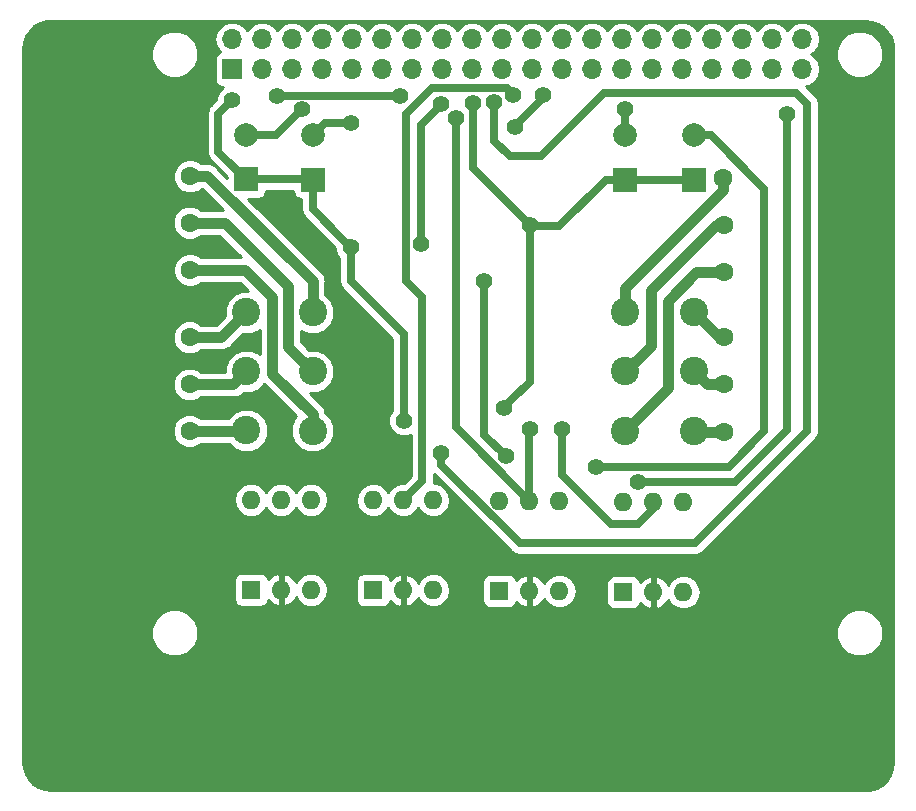
<source format=gbl>
G04 #@! TF.GenerationSoftware,KiCad,Pcbnew,(5.0.2)-1*
G04 #@! TF.CreationDate,2019-06-07T16:00:48+01:00*
G04 #@! TF.ProjectId,add_on_6-1,6164645f-6f6e-45f3-962d-312e6b696361,rev?*
G04 #@! TF.SameCoordinates,Original*
G04 #@! TF.FileFunction,Copper,L2,Bot*
G04 #@! TF.FilePolarity,Positive*
%FSLAX46Y46*%
G04 Gerber Fmt 4.6, Leading zero omitted, Abs format (unit mm)*
G04 Created by KiCad (PCBNEW (5.0.2)-1) date 07/06/2019 16:00:48*
%MOMM*%
%LPD*%
G01*
G04 APERTURE LIST*
G04 #@! TA.AperFunction,ComponentPad*
%ADD10R,1.700000X1.700000*%
G04 #@! TD*
G04 #@! TA.AperFunction,ComponentPad*
%ADD11O,1.700000X1.700000*%
G04 #@! TD*
G04 #@! TA.AperFunction,ComponentPad*
%ADD12C,2.000000*%
G04 #@! TD*
G04 #@! TA.AperFunction,ComponentPad*
%ADD13R,2.000000X2.000000*%
G04 #@! TD*
G04 #@! TA.AperFunction,ComponentPad*
%ADD14C,2.400000*%
G04 #@! TD*
G04 #@! TA.AperFunction,ComponentPad*
%ADD15O,1.600000X1.600000*%
G04 #@! TD*
G04 #@! TA.AperFunction,ComponentPad*
%ADD16R,1.600000X1.600000*%
G04 #@! TD*
G04 #@! TA.AperFunction,ViaPad*
%ADD17C,1.400000*%
G04 #@! TD*
G04 #@! TA.AperFunction,ViaPad*
%ADD18C,1.600000*%
G04 #@! TD*
G04 #@! TA.AperFunction,Conductor*
%ADD19C,0.700000*%
G04 #@! TD*
G04 #@! TA.AperFunction,Conductor*
%ADD20C,0.900000*%
G04 #@! TD*
G04 #@! TA.AperFunction,Conductor*
%ADD21C,0.254000*%
G04 #@! TD*
G04 APERTURE END LIST*
D10*
G04 #@! TO.P,P1,1*
G04 #@! TO.N,3V3_RPi*
X208370000Y-98770000D03*
D11*
G04 #@! TO.P,P1,2*
G04 #@! TO.N,Net-(P1-Pad2)*
X208370000Y-96230000D03*
G04 #@! TO.P,P1,3*
G04 #@! TO.N,Net-(P1-Pad3)*
X210910000Y-98770000D03*
G04 #@! TO.P,P1,4*
G04 #@! TO.N,Net-(P1-Pad4)*
X210910000Y-96230000D03*
G04 #@! TO.P,P1,5*
G04 #@! TO.N,Net-(P1-Pad5)*
X213450000Y-98770000D03*
G04 #@! TO.P,P1,6*
G04 #@! TO.N,GND_RPi*
X213450000Y-96230000D03*
G04 #@! TO.P,P1,7*
G04 #@! TO.N,Net-(P1-Pad7)*
X215990000Y-98770000D03*
G04 #@! TO.P,P1,8*
G04 #@! TO.N,Net-(P1-Pad8)*
X215990000Y-96230000D03*
G04 #@! TO.P,P1,9*
G04 #@! TO.N,GND_RPi*
X218530000Y-98770000D03*
G04 #@! TO.P,P1,10*
G04 #@! TO.N,Out_RPi_1*
X218530000Y-96230000D03*
G04 #@! TO.P,P1,11*
G04 #@! TO.N,Net-(P1-Pad11)*
X221070000Y-98770000D03*
G04 #@! TO.P,P1,12*
G04 #@! TO.N,Net-(P1-Pad12)*
X221070000Y-96230000D03*
G04 #@! TO.P,P1,13*
G04 #@! TO.N,In_RPi_1*
X223610000Y-98770000D03*
G04 #@! TO.P,P1,14*
G04 #@! TO.N,GND_RPi*
X223610000Y-96230000D03*
G04 #@! TO.P,P1,15*
G04 #@! TO.N,Net-(P1-Pad15)*
X226150000Y-98770000D03*
G04 #@! TO.P,P1,16*
G04 #@! TO.N,Net-(P1-Pad16)*
X226150000Y-96230000D03*
G04 #@! TO.P,P1,17*
G04 #@! TO.N,3V3_RPi*
X228690000Y-98770000D03*
G04 #@! TO.P,P1,18*
G04 #@! TO.N,Out_RPi_2*
X228690000Y-96230000D03*
G04 #@! TO.P,P1,19*
G04 #@! TO.N,Net-(P1-Pad19)*
X231230000Y-98770000D03*
G04 #@! TO.P,P1,20*
G04 #@! TO.N,GND_RPi*
X231230000Y-96230000D03*
G04 #@! TO.P,P1,21*
G04 #@! TO.N,In_RPi_2*
X233770000Y-98770000D03*
G04 #@! TO.P,P1,22*
G04 #@! TO.N,Net-(P1-Pad22)*
X233770000Y-96230000D03*
G04 #@! TO.P,P1,23*
G04 #@! TO.N,Net-(P1-Pad23)*
X236310000Y-98770000D03*
G04 #@! TO.P,P1,24*
G04 #@! TO.N,Net-(P1-Pad24)*
X236310000Y-96230000D03*
G04 #@! TO.P,P1,25*
G04 #@! TO.N,Net-(P1-Pad25)*
X238850000Y-98770000D03*
G04 #@! TO.P,P1,26*
G04 #@! TO.N,Out_RPi_3*
X238850000Y-96230000D03*
G04 #@! TO.P,P1,27*
G04 #@! TO.N,Net-(P1-Pad27)*
X241390000Y-98770000D03*
G04 #@! TO.P,P1,28*
G04 #@! TO.N,Net-(P1-Pad28)*
X241390000Y-96230000D03*
G04 #@! TO.P,P1,29*
G04 #@! TO.N,Net-(P1-Pad29)*
X243930000Y-98770000D03*
G04 #@! TO.P,P1,30*
G04 #@! TO.N,GND_RPi*
X243930000Y-96230000D03*
G04 #@! TO.P,P1,31*
G04 #@! TO.N,In_RPi_3*
X246470000Y-98770000D03*
G04 #@! TO.P,P1,32*
G04 #@! TO.N,Net-(P1-Pad32)*
X246470000Y-96230000D03*
G04 #@! TO.P,P1,33*
G04 #@! TO.N,Net-(P1-Pad33)*
X249010000Y-98770000D03*
G04 #@! TO.P,P1,34*
G04 #@! TO.N,GND_RPi*
X249010000Y-96230000D03*
G04 #@! TO.P,P1,35*
G04 #@! TO.N,In_RPi_4*
X251550000Y-98770000D03*
G04 #@! TO.P,P1,36*
G04 #@! TO.N,Net-(P1-Pad36)*
X251550000Y-96230000D03*
G04 #@! TO.P,P1,37*
G04 #@! TO.N,Net-(P1-Pad37)*
X254090000Y-98770000D03*
G04 #@! TO.P,P1,38*
G04 #@! TO.N,Out_RPi_4*
X254090000Y-96230000D03*
G04 #@! TO.P,P1,39*
G04 #@! TO.N,GND_RPi*
X256630000Y-98770000D03*
G04 #@! TO.P,P1,40*
G04 #@! TO.N,Net-(P1-Pad40)*
X256630000Y-96230000D03*
G04 #@! TD*
D12*
G04 #@! TO.P,K1,A2*
G04 #@! TO.N,Net-(D1-Pad2)*
X215179040Y-104365400D03*
D13*
G04 #@! TO.P,K1,A1*
G04 #@! TO.N,3V3_RPi*
X215179040Y-108115400D03*
D14*
G04 #@! TO.P,K1,12*
G04 #@! TO.N,NC_1*
X215179040Y-119365400D03*
G04 #@! TO.P,K1,11*
G04 #@! TO.N,OUT1*
X215179040Y-124365400D03*
G04 #@! TO.P,K1,14*
G04 #@! TO.N,NO_1*
X215179040Y-129365400D03*
G04 #@! TD*
G04 #@! TO.P,K2,14*
G04 #@! TO.N,NO_2*
X209575800Y-129350160D03*
G04 #@! TO.P,K2,11*
G04 #@! TO.N,OUT2*
X209575800Y-124350160D03*
G04 #@! TO.P,K2,12*
G04 #@! TO.N,NC_2*
X209575800Y-119350160D03*
D13*
G04 #@! TO.P,K2,A1*
G04 #@! TO.N,3V3_RPi*
X209575800Y-108100160D03*
D12*
G04 #@! TO.P,K2,A2*
G04 #@! TO.N,Net-(D2-Pad2)*
X209575800Y-104350160D03*
G04 #@! TD*
D14*
G04 #@! TO.P,K3,14*
G04 #@! TO.N,NO_3*
X241656000Y-129365400D03*
G04 #@! TO.P,K3,11*
G04 #@! TO.N,OUT3*
X241656000Y-124365400D03*
G04 #@! TO.P,K3,12*
G04 #@! TO.N,NC_3*
X241656000Y-119365400D03*
D13*
G04 #@! TO.P,K3,A1*
G04 #@! TO.N,3V3_RPi*
X241656000Y-108115400D03*
D12*
G04 #@! TO.P,K3,A2*
G04 #@! TO.N,Net-(D3-Pad2)*
X241656000Y-104365400D03*
G04 #@! TD*
G04 #@! TO.P,K4,A2*
G04 #@! TO.N,Net-(D4-Pad2)*
X247482760Y-104365400D03*
D13*
G04 #@! TO.P,K4,A1*
G04 #@! TO.N,3V3_RPi*
X247482760Y-108115400D03*
D14*
G04 #@! TO.P,K4,12*
G04 #@! TO.N,NC_4*
X247482760Y-119365400D03*
G04 #@! TO.P,K4,11*
G04 #@! TO.N,OUT4*
X247482760Y-124365400D03*
G04 #@! TO.P,K4,14*
G04 #@! TO.N,NO_4*
X247482760Y-129365400D03*
G04 #@! TD*
D15*
G04 #@! TO.P,U1,6*
G04 #@! TO.N,Net-(U1-Pad6)*
X209969500Y-135229900D03*
G04 #@! TO.P,U1,3*
G04 #@! TO.N,Net-(U1-Pad3)*
X215049500Y-142849900D03*
G04 #@! TO.P,U1,5*
G04 #@! TO.N,In_RPi_1*
X212509500Y-135229900D03*
G04 #@! TO.P,U1,2*
G04 #@! TO.N,COM_EXTERNAL*
X212509500Y-142849900D03*
G04 #@! TO.P,U1,4*
G04 #@! TO.N,GND_RPi*
X215049500Y-135229900D03*
D16*
G04 #@! TO.P,U1,1*
G04 #@! TO.N,Net-(R1_1-Pad1)*
X209969500Y-142849900D03*
G04 #@! TD*
G04 #@! TO.P,U2,1*
G04 #@! TO.N,Net-(R1_2-Pad1)*
X220307300Y-142888000D03*
D15*
G04 #@! TO.P,U2,4*
G04 #@! TO.N,GND_RPi*
X225387300Y-135268000D03*
G04 #@! TO.P,U2,2*
G04 #@! TO.N,COM_EXTERNAL*
X222847300Y-142888000D03*
G04 #@! TO.P,U2,5*
G04 #@! TO.N,In_RPi_2*
X222847300Y-135268000D03*
G04 #@! TO.P,U2,3*
G04 #@! TO.N,Net-(U2-Pad3)*
X225387300Y-142888000D03*
G04 #@! TO.P,U2,6*
G04 #@! TO.N,Net-(U2-Pad6)*
X220307300Y-135268000D03*
G04 #@! TD*
G04 #@! TO.P,U3,6*
G04 #@! TO.N,Net-(U3-Pad6)*
X231000700Y-135331500D03*
G04 #@! TO.P,U3,3*
G04 #@! TO.N,Net-(U3-Pad3)*
X236080700Y-142951500D03*
G04 #@! TO.P,U3,5*
G04 #@! TO.N,In_RPi_3*
X233540700Y-135331500D03*
G04 #@! TO.P,U3,2*
G04 #@! TO.N,COM_EXTERNAL*
X233540700Y-142951500D03*
G04 #@! TO.P,U3,4*
G04 #@! TO.N,GND_RPi*
X236080700Y-135331500D03*
D16*
G04 #@! TO.P,U3,1*
G04 #@! TO.N,Net-(R1_3-Pad1)*
X231000700Y-142951500D03*
G04 #@! TD*
G04 #@! TO.P,U4,1*
G04 #@! TO.N,Net-(R1_4-Pad1)*
X241490900Y-143065800D03*
D15*
G04 #@! TO.P,U4,4*
G04 #@! TO.N,GND_RPi*
X246570900Y-135445800D03*
G04 #@! TO.P,U4,2*
G04 #@! TO.N,COM_EXTERNAL*
X244030900Y-143065800D03*
G04 #@! TO.P,U4,5*
G04 #@! TO.N,In_RPi_4*
X244030900Y-135445800D03*
G04 #@! TO.P,U4,3*
G04 #@! TO.N,Net-(U4-Pad3)*
X246570900Y-143065800D03*
G04 #@! TO.P,U4,6*
G04 #@! TO.N,Net-(U4-Pad6)*
X241490900Y-135445800D03*
G04 #@! TD*
D17*
G04 #@! TO.N,Out_RPi_1*
X224320100Y-113586260D03*
X226050000Y-101740000D03*
G04 #@! TO.N,Out_RPi_2*
X226077780Y-131290060D03*
X230550000Y-101590000D03*
G04 #@! TO.N,Out_RPi_3*
X234660000Y-100978622D03*
X232340001Y-103640001D03*
G04 #@! TO.N,Out_RPi_4*
X231526080Y-131559300D03*
X229679500Y-116738400D03*
X242737639Y-133723380D03*
X255350000Y-102530000D03*
G04 #@! TO.N,3V3_RPi*
X218394680Y-113815160D03*
X233586020Y-112003840D03*
X222925640Y-128521460D03*
X231394000Y-127419100D03*
X208368900Y-101384100D03*
X228720000Y-101620000D03*
G04 #@! TO.N,Net-(D1-Pad2)*
X218460000Y-103300000D03*
G04 #@! TO.N,Net-(D2-Pad2)*
X214260000Y-102180000D03*
G04 #@! TO.N,Net-(D3-Pad2)*
X241655600Y-102146100D03*
G04 #@! TO.N,Net-(D4-Pad2)*
X239146080Y-132466078D03*
D18*
G04 #@! TO.N,NC_1*
X204790440Y-107830920D03*
G04 #@! TO.N,OUT1*
X204775200Y-111767920D03*
G04 #@! TO.N,NO_1*
X204795520Y-115776040D03*
G04 #@! TO.N,NO_2*
X204757420Y-129403140D03*
G04 #@! TO.N,OUT2*
X204770120Y-125463600D03*
G04 #@! TO.N,NC_2*
X204785360Y-121478340D03*
G04 #@! TO.N,NO_3*
X249966880Y-115958920D03*
G04 #@! TO.N,OUT3*
X249992280Y-111945720D03*
G04 #@! TO.N,NC_3*
X249959260Y-107945220D03*
G04 #@! TO.N,NC_4*
X249974500Y-121455480D03*
G04 #@! TO.N,OUT4*
X249977040Y-125455980D03*
G04 #@! TO.N,NO_4*
X249982120Y-129456480D03*
D17*
G04 #@! TO.N,In_RPi_1*
X212160000Y-101030000D03*
X222540000Y-101010000D03*
G04 #@! TO.N,In_RPi_2*
X232180000Y-100960000D03*
G04 #@! TO.N,In_RPi_3*
X233547920Y-129217420D03*
X227280000Y-102910000D03*
G04 #@! TO.N,In_RPi_4*
X236280960Y-129245360D03*
D18*
G04 #@! TO.N,COM_EXTERNAL*
X252021740Y-145194320D03*
G04 #@! TD*
D19*
G04 #@! TO.N,Out_RPi_1*
X224320100Y-103469900D02*
X225350001Y-102439999D01*
X225350001Y-102439999D02*
X226050000Y-101740000D01*
X224320100Y-113586260D02*
X224320100Y-103469900D01*
G04 #@! TO.N,Out_RPi_2*
X230550000Y-102579949D02*
X230550000Y-101590000D01*
X231860000Y-106120000D02*
X230550000Y-104810000D01*
X239860000Y-100770000D02*
X234510000Y-106120000D01*
X230550000Y-104810000D02*
X230550000Y-102579949D01*
X256118222Y-100770000D02*
X239860000Y-100770000D01*
X226077780Y-132280009D02*
X232723071Y-138925300D01*
X226077780Y-131290060D02*
X226077780Y-132280009D01*
X232723071Y-138925300D02*
X247521160Y-138925300D01*
X247521160Y-138925300D02*
X257066180Y-129380280D01*
X234510000Y-106120000D02*
X231860000Y-106120000D01*
X257066180Y-129380280D02*
X257066180Y-101717958D01*
X257066180Y-101717958D02*
X256118222Y-100770000D01*
G04 #@! TO.N,Out_RPi_3*
X234660000Y-101250000D02*
X234660000Y-100978622D01*
X232340001Y-103640001D02*
X232340001Y-103569999D01*
X232340001Y-103569999D02*
X234660000Y-101250000D01*
G04 #@! TO.N,Out_RPi_4*
X231526080Y-131559300D02*
X229679500Y-129712720D01*
X229679500Y-129712720D02*
X229679500Y-117728349D01*
X229679500Y-117728349D02*
X229679500Y-116738400D01*
X255350000Y-103519949D02*
X255350000Y-102530000D01*
X250975560Y-133723380D02*
X255350000Y-129348940D01*
X242737639Y-133723380D02*
X250975560Y-133723380D01*
X255350000Y-129348940D02*
X255350000Y-103519949D01*
G04 #@! TO.N,3V3_RPi*
X215163800Y-108100160D02*
X215179040Y-108115400D01*
X209575800Y-108100160D02*
X215163800Y-108100160D01*
X241656000Y-108115400D02*
X247482760Y-108115400D01*
X215179040Y-108115400D02*
X215179040Y-110599520D01*
X215179040Y-110599520D02*
X217694681Y-113115161D01*
X217694681Y-113115161D02*
X218394680Y-113815160D01*
X233613960Y-112031780D02*
X233586020Y-112003840D01*
X236059980Y-112031780D02*
X233613960Y-112031780D01*
X241656000Y-108115400D02*
X239976360Y-108115400D01*
X239976360Y-108115400D02*
X236059980Y-112031780D01*
X222925640Y-127531511D02*
X222925640Y-128521460D01*
X222925640Y-121224040D02*
X222925640Y-127531511D01*
X218394680Y-113815160D02*
X218394680Y-116693080D01*
X218394680Y-116693080D02*
X222925640Y-121224040D01*
X233586020Y-112003840D02*
X233586020Y-125227080D01*
X232093999Y-126719101D02*
X231394000Y-127419100D01*
X233586020Y-125227080D02*
X232093999Y-126719101D01*
X207208120Y-102544880D02*
X208368900Y-101384100D01*
X209560560Y-108100160D02*
X207208120Y-105747720D01*
X207208120Y-105747720D02*
X207208120Y-102544880D01*
X233586020Y-112003840D02*
X228720000Y-107137820D01*
X228720000Y-107137820D02*
X228720000Y-102609949D01*
X228720000Y-102609949D02*
X228720000Y-101620000D01*
G04 #@! TO.N,Net-(D1-Pad2)*
X215179040Y-104365400D02*
X216244440Y-103300000D01*
X216244440Y-103300000D02*
X217470051Y-103300000D01*
X217470051Y-103300000D02*
X218460000Y-103300000D01*
G04 #@! TO.N,Net-(D2-Pad2)*
X212089840Y-104350160D02*
X214260000Y-102180000D01*
X209575800Y-104350160D02*
X212089840Y-104350160D01*
G04 #@! TO.N,Net-(D3-Pad2)*
X241655600Y-104365000D02*
X241656000Y-104365400D01*
X241655600Y-102146100D02*
X241655600Y-104365000D01*
G04 #@! TO.N,Net-(D4-Pad2)*
X247509740Y-104338420D02*
X247482760Y-104365400D01*
X253428900Y-129433620D02*
X250396442Y-132466078D01*
X248896973Y-104365400D02*
X253428900Y-108897327D01*
X247482760Y-104365400D02*
X248896973Y-104365400D01*
X240136029Y-132466078D02*
X239146080Y-132466078D01*
X250396442Y-132466078D02*
X240136029Y-132466078D01*
X253428900Y-108897327D02*
X253428900Y-129433620D01*
D20*
G04 #@! TO.N,NC_1*
X215179040Y-116736160D02*
X215179040Y-119365400D01*
X204790440Y-107830920D02*
X206273800Y-107830920D01*
X206273800Y-107830920D02*
X215179040Y-116736160D01*
G04 #@! TO.N,OUT1*
X213979041Y-123165401D02*
X215179040Y-124365400D01*
X213075920Y-122262280D02*
X213979041Y-123165401D01*
X213075920Y-117101920D02*
X213075920Y-122262280D01*
X204775200Y-111767920D02*
X207741920Y-111767920D01*
X207741920Y-111767920D02*
X213075920Y-117101920D01*
G04 #@! TO.N,NO_1*
X204795520Y-115776040D02*
X204820920Y-115750640D01*
X205926890Y-115776040D02*
X204795520Y-115776040D01*
X209464040Y-115776040D02*
X205926890Y-115776040D01*
X211767820Y-118079820D02*
X209464040Y-115776040D01*
X211767820Y-124556820D02*
X211767820Y-118079820D01*
X215179040Y-129365400D02*
X215179040Y-127968040D01*
X215179040Y-127968040D02*
X211767820Y-124556820D01*
G04 #@! TO.N,NO_2*
X209522820Y-129403140D02*
X209575800Y-129350160D01*
X204757420Y-129403140D02*
X209522820Y-129403140D01*
G04 #@! TO.N,OUT2*
X208462360Y-125463600D02*
X209575800Y-124350160D01*
X204770120Y-125463600D02*
X208462360Y-125463600D01*
G04 #@! TO.N,NC_2*
X207447620Y-121478340D02*
X209575800Y-119350160D01*
X204785360Y-121478340D02*
X207447620Y-121478340D01*
G04 #@! TO.N,NO_3*
X242855999Y-128165401D02*
X241656000Y-129365400D01*
X245232320Y-125789080D02*
X242855999Y-128165401D01*
X245232320Y-118359220D02*
X245232320Y-125789080D01*
X249966880Y-115958920D02*
X247632620Y-115958920D01*
X247632620Y-115958920D02*
X245232320Y-118359220D01*
G04 #@! TO.N,OUT3*
X242855999Y-123165401D02*
X241656000Y-124365400D01*
X243804840Y-122216560D02*
X242855999Y-123165401D01*
X243804840Y-117490540D02*
X243804840Y-122216560D01*
X249992280Y-111945720D02*
X249349660Y-111945720D01*
X249349660Y-111945720D02*
X243804840Y-117490540D01*
G04 #@! TO.N,NC_3*
X241656000Y-117312740D02*
X241656000Y-119365400D01*
X249959260Y-107945220D02*
X249959260Y-109009480D01*
X249959260Y-109009480D02*
X241656000Y-117312740D01*
G04 #@! TO.N,NC_4*
X249572840Y-121455480D02*
X247482760Y-119365400D01*
X249974500Y-121455480D02*
X249572840Y-121455480D01*
G04 #@! TO.N,OUT4*
X248573340Y-125455980D02*
X247482760Y-124365400D01*
X249977040Y-125455980D02*
X248573340Y-125455980D01*
G04 #@! TO.N,NO_4*
X247573840Y-129456480D02*
X247482760Y-129365400D01*
X249982120Y-129456480D02*
X247573840Y-129456480D01*
D19*
G04 #@! TO.N,In_RPi_1*
X212160000Y-101030000D02*
X222520000Y-101030000D01*
X222520000Y-101030000D02*
X222540000Y-101010000D01*
G04 #@! TO.N,In_RPi_2*
X231610000Y-100390000D02*
X232180000Y-100960000D01*
X222847300Y-135268000D02*
X224456641Y-133658659D01*
X223090000Y-116727500D02*
X223090000Y-102580000D01*
X224456641Y-133658659D02*
X224456641Y-118094141D01*
X223090000Y-102580000D02*
X225280000Y-100390000D01*
X224456641Y-118094141D02*
X223090000Y-116727500D01*
X225280000Y-100390000D02*
X231610000Y-100390000D01*
G04 #@! TO.N,In_RPi_3*
X233540700Y-129224640D02*
X233547920Y-129217420D01*
X233540700Y-135331500D02*
X233540700Y-129224640D01*
X233540700Y-135331500D02*
X227280000Y-129070800D01*
X227280000Y-129070800D02*
X227280000Y-103899949D01*
X227280000Y-103899949D02*
X227280000Y-102910000D01*
G04 #@! TO.N,In_RPi_4*
X236280960Y-130235309D02*
X236280960Y-129245360D01*
X236280960Y-133136640D02*
X236280960Y-130235309D01*
X240454180Y-137309860D02*
X236280960Y-133136640D01*
X242717320Y-137309860D02*
X240454180Y-137309860D01*
X244030900Y-135445800D02*
X244030900Y-135996280D01*
X244030900Y-135996280D02*
X242717320Y-137309860D01*
G04 #@! TD*
D21*
G04 #@! TO.N,COM_EXTERNAL*
G36*
X262531494Y-94751605D02*
X263034485Y-94934182D01*
X263481979Y-95227572D01*
X263849977Y-95616039D01*
X264118738Y-96078745D01*
X264276565Y-96599847D01*
X264315001Y-97030517D01*
X264315000Y-146932538D01*
X264315000Y-146932539D01*
X264315001Y-157460198D01*
X264248395Y-158031494D01*
X264065819Y-158534483D01*
X263772427Y-158981980D01*
X263383961Y-159349977D01*
X262921253Y-159618739D01*
X262400153Y-159776565D01*
X261969495Y-159815000D01*
X193039794Y-159815000D01*
X192468506Y-159748395D01*
X191965517Y-159565819D01*
X191518020Y-159272427D01*
X191150023Y-158883961D01*
X190881261Y-158421253D01*
X190723435Y-157900153D01*
X190685000Y-157469495D01*
X190685000Y-146105159D01*
X201515000Y-146105159D01*
X201515000Y-146894841D01*
X201817199Y-147624412D01*
X202375588Y-148182801D01*
X203105159Y-148485000D01*
X203894841Y-148485000D01*
X204624412Y-148182801D01*
X205182801Y-147624412D01*
X205485000Y-146894841D01*
X205485000Y-146105159D01*
X259515000Y-146105159D01*
X259515000Y-146894841D01*
X259817199Y-147624412D01*
X260375588Y-148182801D01*
X261105159Y-148485000D01*
X261894841Y-148485000D01*
X262624412Y-148182801D01*
X263182801Y-147624412D01*
X263485000Y-146894841D01*
X263485000Y-146105159D01*
X263182801Y-145375588D01*
X262624412Y-144817199D01*
X261894841Y-144515000D01*
X261105159Y-144515000D01*
X260375588Y-144817199D01*
X259817199Y-145375588D01*
X259515000Y-146105159D01*
X205485000Y-146105159D01*
X205182801Y-145375588D01*
X204624412Y-144817199D01*
X203894841Y-144515000D01*
X203105159Y-144515000D01*
X202375588Y-144817199D01*
X201817199Y-145375588D01*
X201515000Y-146105159D01*
X190685000Y-146105159D01*
X190685000Y-142049900D01*
X208522060Y-142049900D01*
X208522060Y-143649900D01*
X208571343Y-143897665D01*
X208711691Y-144107709D01*
X208921735Y-144248057D01*
X209169500Y-144297340D01*
X210769500Y-144297340D01*
X211017265Y-144248057D01*
X211227309Y-144107709D01*
X211367657Y-143897665D01*
X211398513Y-143742539D01*
X211772077Y-144080941D01*
X212160461Y-144241804D01*
X212382500Y-144119815D01*
X212382500Y-142976900D01*
X212362500Y-142976900D01*
X212362500Y-142722900D01*
X212382500Y-142722900D01*
X212382500Y-141579985D01*
X212636500Y-141579985D01*
X212636500Y-142722900D01*
X212656500Y-142722900D01*
X212656500Y-142976900D01*
X212636500Y-142976900D01*
X212636500Y-144119815D01*
X212858539Y-144241804D01*
X213246923Y-144080941D01*
X213661889Y-143705034D01*
X213758553Y-143500792D01*
X214014923Y-143884477D01*
X214489591Y-144201640D01*
X214908167Y-144284900D01*
X215190833Y-144284900D01*
X215609409Y-144201640D01*
X216084077Y-143884477D01*
X216401240Y-143409809D01*
X216512613Y-142849900D01*
X216401240Y-142289991D01*
X216266274Y-142088000D01*
X218859860Y-142088000D01*
X218859860Y-143688000D01*
X218909143Y-143935765D01*
X219049491Y-144145809D01*
X219259535Y-144286157D01*
X219507300Y-144335440D01*
X221107300Y-144335440D01*
X221355065Y-144286157D01*
X221565109Y-144145809D01*
X221705457Y-143935765D01*
X221736313Y-143780639D01*
X222109877Y-144119041D01*
X222498261Y-144279904D01*
X222720300Y-144157915D01*
X222720300Y-143015000D01*
X222700300Y-143015000D01*
X222700300Y-142761000D01*
X222720300Y-142761000D01*
X222720300Y-141618085D01*
X222974300Y-141618085D01*
X222974300Y-142761000D01*
X222994300Y-142761000D01*
X222994300Y-143015000D01*
X222974300Y-143015000D01*
X222974300Y-144157915D01*
X223196339Y-144279904D01*
X223584723Y-144119041D01*
X223999689Y-143743134D01*
X224096353Y-143538892D01*
X224352723Y-143922577D01*
X224827391Y-144239740D01*
X225245967Y-144323000D01*
X225528633Y-144323000D01*
X225947209Y-144239740D01*
X226421877Y-143922577D01*
X226739040Y-143447909D01*
X226850413Y-142888000D01*
X226739040Y-142328091D01*
X226621046Y-142151500D01*
X229553260Y-142151500D01*
X229553260Y-143751500D01*
X229602543Y-143999265D01*
X229742891Y-144209309D01*
X229952935Y-144349657D01*
X230200700Y-144398940D01*
X231800700Y-144398940D01*
X232048465Y-144349657D01*
X232258509Y-144209309D01*
X232398857Y-143999265D01*
X232429713Y-143844139D01*
X232803277Y-144182541D01*
X233191661Y-144343404D01*
X233413700Y-144221415D01*
X233413700Y-143078500D01*
X233393700Y-143078500D01*
X233393700Y-142824500D01*
X233413700Y-142824500D01*
X233413700Y-141681585D01*
X233667700Y-141681585D01*
X233667700Y-142824500D01*
X233687700Y-142824500D01*
X233687700Y-143078500D01*
X233667700Y-143078500D01*
X233667700Y-144221415D01*
X233889739Y-144343404D01*
X234278123Y-144182541D01*
X234693089Y-143806634D01*
X234789753Y-143602392D01*
X235046123Y-143986077D01*
X235520791Y-144303240D01*
X235939367Y-144386500D01*
X236222033Y-144386500D01*
X236640609Y-144303240D01*
X237115277Y-143986077D01*
X237432440Y-143511409D01*
X237543813Y-142951500D01*
X237432440Y-142391591D01*
X237348390Y-142265800D01*
X240043460Y-142265800D01*
X240043460Y-143865800D01*
X240092743Y-144113565D01*
X240233091Y-144323609D01*
X240443135Y-144463957D01*
X240690900Y-144513240D01*
X242290900Y-144513240D01*
X242538665Y-144463957D01*
X242748709Y-144323609D01*
X242889057Y-144113565D01*
X242919913Y-143958439D01*
X243293477Y-144296841D01*
X243681861Y-144457704D01*
X243903900Y-144335715D01*
X243903900Y-143192800D01*
X243883900Y-143192800D01*
X243883900Y-142938800D01*
X243903900Y-142938800D01*
X243903900Y-141795885D01*
X244157900Y-141795885D01*
X244157900Y-142938800D01*
X244177900Y-142938800D01*
X244177900Y-143192800D01*
X244157900Y-143192800D01*
X244157900Y-144335715D01*
X244379939Y-144457704D01*
X244768323Y-144296841D01*
X245183289Y-143920934D01*
X245279953Y-143716692D01*
X245536323Y-144100377D01*
X246010991Y-144417540D01*
X246429567Y-144500800D01*
X246712233Y-144500800D01*
X247130809Y-144417540D01*
X247605477Y-144100377D01*
X247922640Y-143625709D01*
X248034013Y-143065800D01*
X247922640Y-142505891D01*
X247605477Y-142031223D01*
X247130809Y-141714060D01*
X246712233Y-141630800D01*
X246429567Y-141630800D01*
X246010991Y-141714060D01*
X245536323Y-142031223D01*
X245279953Y-142414908D01*
X245183289Y-142210666D01*
X244768323Y-141834759D01*
X244379939Y-141673896D01*
X244157900Y-141795885D01*
X243903900Y-141795885D01*
X243681861Y-141673896D01*
X243293477Y-141834759D01*
X242919913Y-142173161D01*
X242889057Y-142018035D01*
X242748709Y-141807991D01*
X242538665Y-141667643D01*
X242290900Y-141618360D01*
X240690900Y-141618360D01*
X240443135Y-141667643D01*
X240233091Y-141807991D01*
X240092743Y-142018035D01*
X240043460Y-142265800D01*
X237348390Y-142265800D01*
X237115277Y-141916923D01*
X236640609Y-141599760D01*
X236222033Y-141516500D01*
X235939367Y-141516500D01*
X235520791Y-141599760D01*
X235046123Y-141916923D01*
X234789753Y-142300608D01*
X234693089Y-142096366D01*
X234278123Y-141720459D01*
X233889739Y-141559596D01*
X233667700Y-141681585D01*
X233413700Y-141681585D01*
X233191661Y-141559596D01*
X232803277Y-141720459D01*
X232429713Y-142058861D01*
X232398857Y-141903735D01*
X232258509Y-141693691D01*
X232048465Y-141553343D01*
X231800700Y-141504060D01*
X230200700Y-141504060D01*
X229952935Y-141553343D01*
X229742891Y-141693691D01*
X229602543Y-141903735D01*
X229553260Y-142151500D01*
X226621046Y-142151500D01*
X226421877Y-141853423D01*
X225947209Y-141536260D01*
X225528633Y-141453000D01*
X225245967Y-141453000D01*
X224827391Y-141536260D01*
X224352723Y-141853423D01*
X224096353Y-142237108D01*
X223999689Y-142032866D01*
X223584723Y-141656959D01*
X223196339Y-141496096D01*
X222974300Y-141618085D01*
X222720300Y-141618085D01*
X222498261Y-141496096D01*
X222109877Y-141656959D01*
X221736313Y-141995361D01*
X221705457Y-141840235D01*
X221565109Y-141630191D01*
X221355065Y-141489843D01*
X221107300Y-141440560D01*
X219507300Y-141440560D01*
X219259535Y-141489843D01*
X219049491Y-141630191D01*
X218909143Y-141840235D01*
X218859860Y-142088000D01*
X216266274Y-142088000D01*
X216084077Y-141815323D01*
X215609409Y-141498160D01*
X215190833Y-141414900D01*
X214908167Y-141414900D01*
X214489591Y-141498160D01*
X214014923Y-141815323D01*
X213758553Y-142199008D01*
X213661889Y-141994766D01*
X213246923Y-141618859D01*
X212858539Y-141457996D01*
X212636500Y-141579985D01*
X212382500Y-141579985D01*
X212160461Y-141457996D01*
X211772077Y-141618859D01*
X211398513Y-141957261D01*
X211367657Y-141802135D01*
X211227309Y-141592091D01*
X211017265Y-141451743D01*
X210769500Y-141402460D01*
X209169500Y-141402460D01*
X208921735Y-141451743D01*
X208711691Y-141592091D01*
X208571343Y-141802135D01*
X208522060Y-142049900D01*
X190685000Y-142049900D01*
X190685000Y-135229900D01*
X208506387Y-135229900D01*
X208617760Y-135789809D01*
X208934923Y-136264477D01*
X209409591Y-136581640D01*
X209828167Y-136664900D01*
X210110833Y-136664900D01*
X210529409Y-136581640D01*
X211004077Y-136264477D01*
X211239500Y-135912142D01*
X211474923Y-136264477D01*
X211949591Y-136581640D01*
X212368167Y-136664900D01*
X212650833Y-136664900D01*
X213069409Y-136581640D01*
X213544077Y-136264477D01*
X213779500Y-135912142D01*
X214014923Y-136264477D01*
X214489591Y-136581640D01*
X214908167Y-136664900D01*
X215190833Y-136664900D01*
X215609409Y-136581640D01*
X216084077Y-136264477D01*
X216401240Y-135789809D01*
X216512613Y-135229900D01*
X216401240Y-134669991D01*
X216084077Y-134195323D01*
X215609409Y-133878160D01*
X215190833Y-133794900D01*
X214908167Y-133794900D01*
X214489591Y-133878160D01*
X214014923Y-134195323D01*
X213779500Y-134547658D01*
X213544077Y-134195323D01*
X213069409Y-133878160D01*
X212650833Y-133794900D01*
X212368167Y-133794900D01*
X211949591Y-133878160D01*
X211474923Y-134195323D01*
X211239500Y-134547658D01*
X211004077Y-134195323D01*
X210529409Y-133878160D01*
X210110833Y-133794900D01*
X209828167Y-133794900D01*
X209409591Y-133878160D01*
X208934923Y-134195323D01*
X208617760Y-134669991D01*
X208506387Y-135229900D01*
X190685000Y-135229900D01*
X190685000Y-129117701D01*
X203322420Y-129117701D01*
X203322420Y-129688579D01*
X203540886Y-130216002D01*
X203944558Y-130619674D01*
X204471981Y-130838140D01*
X205042859Y-130838140D01*
X205570282Y-130619674D01*
X205701816Y-130488140D01*
X208118698Y-130488140D01*
X208536356Y-130905798D01*
X209210796Y-131185160D01*
X209940804Y-131185160D01*
X210615244Y-130905798D01*
X211131438Y-130389604D01*
X211410800Y-129715164D01*
X211410800Y-128985156D01*
X211131438Y-128310716D01*
X210615244Y-127794522D01*
X209940804Y-127515160D01*
X209210796Y-127515160D01*
X208536356Y-127794522D01*
X208020162Y-128310716D01*
X208017087Y-128318140D01*
X205701816Y-128318140D01*
X205570282Y-128186606D01*
X205042859Y-127968140D01*
X204471981Y-127968140D01*
X203944558Y-128186606D01*
X203540886Y-128590278D01*
X203322420Y-129117701D01*
X190685000Y-129117701D01*
X190685000Y-125178161D01*
X203335120Y-125178161D01*
X203335120Y-125749039D01*
X203553586Y-126276462D01*
X203957258Y-126680134D01*
X204484681Y-126898600D01*
X205055559Y-126898600D01*
X205582982Y-126680134D01*
X205714516Y-126548600D01*
X208355503Y-126548600D01*
X208462360Y-126569855D01*
X208569217Y-126548600D01*
X208569221Y-126548600D01*
X208885706Y-126485647D01*
X209244601Y-126245841D01*
X209285147Y-126185160D01*
X209940804Y-126185160D01*
X210615244Y-125905798D01*
X211098811Y-125422231D01*
X213812968Y-128136390D01*
X213623402Y-128325956D01*
X213344040Y-129000396D01*
X213344040Y-129730404D01*
X213623402Y-130404844D01*
X214139596Y-130921038D01*
X214814036Y-131200400D01*
X215544044Y-131200400D01*
X216218484Y-130921038D01*
X216734678Y-130404844D01*
X217014040Y-129730404D01*
X217014040Y-129000396D01*
X216734678Y-128325956D01*
X216262585Y-127853863D01*
X216201087Y-127544694D01*
X216021813Y-127276391D01*
X216021812Y-127276390D01*
X215961281Y-127185799D01*
X215870690Y-127125268D01*
X214945821Y-126200400D01*
X215544044Y-126200400D01*
X216218484Y-125921038D01*
X216734678Y-125404844D01*
X217014040Y-124730404D01*
X217014040Y-124000396D01*
X216734678Y-123325956D01*
X216218484Y-122809762D01*
X215544044Y-122530400D01*
X214878460Y-122530400D01*
X214821818Y-122473757D01*
X214821814Y-122473752D01*
X214160920Y-121812859D01*
X214160920Y-120929871D01*
X214814036Y-121200400D01*
X215544044Y-121200400D01*
X216218484Y-120921038D01*
X216734678Y-120404844D01*
X217014040Y-119730404D01*
X217014040Y-119000396D01*
X216734678Y-118325956D01*
X216264040Y-117855318D01*
X216264040Y-116843016D01*
X216285295Y-116736159D01*
X216264040Y-116629300D01*
X216264040Y-116629299D01*
X216201087Y-116312814D01*
X215961281Y-115953919D01*
X215870688Y-115893387D01*
X209724900Y-109747600D01*
X210575800Y-109747600D01*
X210823565Y-109698317D01*
X211033609Y-109557969D01*
X211173957Y-109347925D01*
X211223240Y-109100160D01*
X211223240Y-109085160D01*
X213531600Y-109085160D01*
X213531600Y-109115400D01*
X213580883Y-109363165D01*
X213721231Y-109573209D01*
X213931275Y-109713557D01*
X214179040Y-109762840D01*
X214194041Y-109762840D01*
X214194041Y-110502507D01*
X214174744Y-110599520D01*
X214251191Y-110983847D01*
X214413942Y-111227422D01*
X214413945Y-111227425D01*
X214468896Y-111309665D01*
X214551136Y-111364616D01*
X217059680Y-113873161D01*
X217059680Y-114080708D01*
X217262922Y-114571377D01*
X217409680Y-114718135D01*
X217409681Y-116596067D01*
X217390384Y-116693080D01*
X217466831Y-117077407D01*
X217629582Y-117320982D01*
X217629585Y-117320985D01*
X217684536Y-117403225D01*
X217766776Y-117458176D01*
X221940640Y-121632040D01*
X221940641Y-127434495D01*
X221940640Y-127434500D01*
X221940640Y-127618485D01*
X221793882Y-127765243D01*
X221590640Y-128255912D01*
X221590640Y-128787008D01*
X221793882Y-129277677D01*
X222169423Y-129653218D01*
X222660092Y-129856460D01*
X223191188Y-129856460D01*
X223471641Y-129740292D01*
X223471641Y-133250658D01*
X222889300Y-133833000D01*
X222705967Y-133833000D01*
X222287391Y-133916260D01*
X221812723Y-134233423D01*
X221577300Y-134585758D01*
X221341877Y-134233423D01*
X220867209Y-133916260D01*
X220448633Y-133833000D01*
X220165967Y-133833000D01*
X219747391Y-133916260D01*
X219272723Y-134233423D01*
X218955560Y-134708091D01*
X218844187Y-135268000D01*
X218955560Y-135827909D01*
X219272723Y-136302577D01*
X219747391Y-136619740D01*
X220165967Y-136703000D01*
X220448633Y-136703000D01*
X220867209Y-136619740D01*
X221341877Y-136302577D01*
X221577300Y-135950242D01*
X221812723Y-136302577D01*
X222287391Y-136619740D01*
X222705967Y-136703000D01*
X222988633Y-136703000D01*
X223407209Y-136619740D01*
X223881877Y-136302577D01*
X224117300Y-135950242D01*
X224352723Y-136302577D01*
X224827391Y-136619740D01*
X225245967Y-136703000D01*
X225528633Y-136703000D01*
X225947209Y-136619740D01*
X226421877Y-136302577D01*
X226739040Y-135827909D01*
X226850413Y-135268000D01*
X226739040Y-134708091D01*
X226421877Y-134233423D01*
X225947209Y-133916260D01*
X225528633Y-133833000D01*
X225426259Y-133833000D01*
X225441641Y-133755671D01*
X225441641Y-133755667D01*
X225460937Y-133658659D01*
X225441641Y-133561651D01*
X225441641Y-133039603D01*
X225449876Y-133045105D01*
X231957975Y-139553205D01*
X232012926Y-139635445D01*
X232095166Y-139690396D01*
X232095168Y-139690398D01*
X232338743Y-139853149D01*
X232626059Y-139910300D01*
X232626063Y-139910300D01*
X232723071Y-139929596D01*
X232820079Y-139910300D01*
X247424152Y-139910300D01*
X247521160Y-139929596D01*
X247618168Y-139910300D01*
X247618172Y-139910300D01*
X247905488Y-139853149D01*
X248231305Y-139635445D01*
X248286258Y-139553202D01*
X257694085Y-130145376D01*
X257776325Y-130090425D01*
X257831276Y-130008185D01*
X257831278Y-130008183D01*
X257994029Y-129764608D01*
X258004350Y-129712720D01*
X258051180Y-129477292D01*
X258051180Y-129477288D01*
X258070476Y-129380280D01*
X258051180Y-129283272D01*
X258051180Y-101814965D01*
X258070476Y-101717957D01*
X258051180Y-101620949D01*
X258051180Y-101620946D01*
X257994029Y-101333630D01*
X257776325Y-101007813D01*
X257694082Y-100952860D01*
X256959727Y-100218505D01*
X257209418Y-100168839D01*
X257700625Y-99840625D01*
X258028839Y-99349418D01*
X258144092Y-98770000D01*
X258028839Y-98190582D01*
X257700625Y-97699375D01*
X257402239Y-97500000D01*
X257700625Y-97300625D01*
X257831231Y-97105159D01*
X259515000Y-97105159D01*
X259515000Y-97894841D01*
X259817199Y-98624412D01*
X260375588Y-99182801D01*
X261105159Y-99485000D01*
X261894841Y-99485000D01*
X262624412Y-99182801D01*
X263182801Y-98624412D01*
X263485000Y-97894841D01*
X263485000Y-97105159D01*
X263182801Y-96375588D01*
X262624412Y-95817199D01*
X261894841Y-95515000D01*
X261105159Y-95515000D01*
X260375588Y-95817199D01*
X259817199Y-96375588D01*
X259515000Y-97105159D01*
X257831231Y-97105159D01*
X258028839Y-96809418D01*
X258144092Y-96230000D01*
X258028839Y-95650582D01*
X257700625Y-95159375D01*
X257209418Y-94831161D01*
X256776256Y-94745000D01*
X256483744Y-94745000D01*
X256050582Y-94831161D01*
X255559375Y-95159375D01*
X255360000Y-95457761D01*
X255160625Y-95159375D01*
X254669418Y-94831161D01*
X254236256Y-94745000D01*
X253943744Y-94745000D01*
X253510582Y-94831161D01*
X253019375Y-95159375D01*
X252820000Y-95457761D01*
X252620625Y-95159375D01*
X252129418Y-94831161D01*
X251696256Y-94745000D01*
X251403744Y-94745000D01*
X250970582Y-94831161D01*
X250479375Y-95159375D01*
X250280000Y-95457761D01*
X250080625Y-95159375D01*
X249589418Y-94831161D01*
X249156256Y-94745000D01*
X248863744Y-94745000D01*
X248430582Y-94831161D01*
X247939375Y-95159375D01*
X247740000Y-95457761D01*
X247540625Y-95159375D01*
X247049418Y-94831161D01*
X246616256Y-94745000D01*
X246323744Y-94745000D01*
X245890582Y-94831161D01*
X245399375Y-95159375D01*
X245200000Y-95457761D01*
X245000625Y-95159375D01*
X244509418Y-94831161D01*
X244076256Y-94745000D01*
X243783744Y-94745000D01*
X243350582Y-94831161D01*
X242859375Y-95159375D01*
X242660000Y-95457761D01*
X242460625Y-95159375D01*
X241969418Y-94831161D01*
X241536256Y-94745000D01*
X241243744Y-94745000D01*
X240810582Y-94831161D01*
X240319375Y-95159375D01*
X240120000Y-95457761D01*
X239920625Y-95159375D01*
X239429418Y-94831161D01*
X238996256Y-94745000D01*
X238703744Y-94745000D01*
X238270582Y-94831161D01*
X237779375Y-95159375D01*
X237580000Y-95457761D01*
X237380625Y-95159375D01*
X236889418Y-94831161D01*
X236456256Y-94745000D01*
X236163744Y-94745000D01*
X235730582Y-94831161D01*
X235239375Y-95159375D01*
X235040000Y-95457761D01*
X234840625Y-95159375D01*
X234349418Y-94831161D01*
X233916256Y-94745000D01*
X233623744Y-94745000D01*
X233190582Y-94831161D01*
X232699375Y-95159375D01*
X232500000Y-95457761D01*
X232300625Y-95159375D01*
X231809418Y-94831161D01*
X231376256Y-94745000D01*
X231083744Y-94745000D01*
X230650582Y-94831161D01*
X230159375Y-95159375D01*
X229960000Y-95457761D01*
X229760625Y-95159375D01*
X229269418Y-94831161D01*
X228836256Y-94745000D01*
X228543744Y-94745000D01*
X228110582Y-94831161D01*
X227619375Y-95159375D01*
X227420000Y-95457761D01*
X227220625Y-95159375D01*
X226729418Y-94831161D01*
X226296256Y-94745000D01*
X226003744Y-94745000D01*
X225570582Y-94831161D01*
X225079375Y-95159375D01*
X224880000Y-95457761D01*
X224680625Y-95159375D01*
X224189418Y-94831161D01*
X223756256Y-94745000D01*
X223463744Y-94745000D01*
X223030582Y-94831161D01*
X222539375Y-95159375D01*
X222340000Y-95457761D01*
X222140625Y-95159375D01*
X221649418Y-94831161D01*
X221216256Y-94745000D01*
X220923744Y-94745000D01*
X220490582Y-94831161D01*
X219999375Y-95159375D01*
X219800000Y-95457761D01*
X219600625Y-95159375D01*
X219109418Y-94831161D01*
X218676256Y-94745000D01*
X218383744Y-94745000D01*
X217950582Y-94831161D01*
X217459375Y-95159375D01*
X217260000Y-95457761D01*
X217060625Y-95159375D01*
X216569418Y-94831161D01*
X216136256Y-94745000D01*
X215843744Y-94745000D01*
X215410582Y-94831161D01*
X214919375Y-95159375D01*
X214720000Y-95457761D01*
X214520625Y-95159375D01*
X214029418Y-94831161D01*
X213596256Y-94745000D01*
X213303744Y-94745000D01*
X212870582Y-94831161D01*
X212379375Y-95159375D01*
X212180000Y-95457761D01*
X211980625Y-95159375D01*
X211489418Y-94831161D01*
X211056256Y-94745000D01*
X210763744Y-94745000D01*
X210330582Y-94831161D01*
X209839375Y-95159375D01*
X209640000Y-95457761D01*
X209440625Y-95159375D01*
X208949418Y-94831161D01*
X208516256Y-94745000D01*
X208223744Y-94745000D01*
X207790582Y-94831161D01*
X207299375Y-95159375D01*
X206971161Y-95650582D01*
X206855908Y-96230000D01*
X206971161Y-96809418D01*
X207299375Y-97300625D01*
X207317619Y-97312816D01*
X207272235Y-97321843D01*
X207062191Y-97462191D01*
X206921843Y-97672235D01*
X206872560Y-97920000D01*
X206872560Y-99620000D01*
X206921843Y-99867765D01*
X207062191Y-100077809D01*
X207272235Y-100218157D01*
X207520000Y-100267440D01*
X207597585Y-100267440D01*
X207237142Y-100627883D01*
X207033900Y-101118552D01*
X207033900Y-101326100D01*
X206580216Y-101779784D01*
X206497976Y-101834735D01*
X206443025Y-101916975D01*
X206443022Y-101916978D01*
X206280271Y-102160553D01*
X206203824Y-102544880D01*
X206223121Y-102641893D01*
X206223120Y-105650712D01*
X206203824Y-105747720D01*
X206223120Y-105844728D01*
X206223120Y-105844731D01*
X206280271Y-106132047D01*
X206497975Y-106457865D01*
X206580218Y-106512818D01*
X207928360Y-107860961D01*
X207928360Y-107951060D01*
X207116576Y-107139276D01*
X207056041Y-107048679D01*
X206697146Y-106808873D01*
X206380661Y-106745920D01*
X206380657Y-106745920D01*
X206273800Y-106724665D01*
X206166943Y-106745920D01*
X205734836Y-106745920D01*
X205603302Y-106614386D01*
X205075879Y-106395920D01*
X204505001Y-106395920D01*
X203977578Y-106614386D01*
X203573906Y-107018058D01*
X203355440Y-107545481D01*
X203355440Y-108116359D01*
X203573906Y-108643782D01*
X203977578Y-109047454D01*
X204505001Y-109265920D01*
X205075879Y-109265920D01*
X205603302Y-109047454D01*
X205734836Y-108915920D01*
X205824380Y-108915920D01*
X207591380Y-110682920D01*
X205719596Y-110682920D01*
X205588062Y-110551386D01*
X205060639Y-110332920D01*
X204489761Y-110332920D01*
X203962338Y-110551386D01*
X203558666Y-110955058D01*
X203340200Y-111482481D01*
X203340200Y-112053359D01*
X203558666Y-112580782D01*
X203962338Y-112984454D01*
X204489761Y-113202920D01*
X205060639Y-113202920D01*
X205588062Y-112984454D01*
X205719596Y-112852920D01*
X207292500Y-112852920D01*
X209130620Y-114691040D01*
X205739916Y-114691040D01*
X205608382Y-114559506D01*
X205080959Y-114341040D01*
X204510081Y-114341040D01*
X203982658Y-114559506D01*
X203578986Y-114963178D01*
X203360520Y-115490601D01*
X203360520Y-116061479D01*
X203578986Y-116588902D01*
X203982658Y-116992574D01*
X204510081Y-117211040D01*
X205080959Y-117211040D01*
X205608382Y-116992574D01*
X205739916Y-116861040D01*
X209014620Y-116861040D01*
X209668739Y-117515160D01*
X209210796Y-117515160D01*
X208536356Y-117794522D01*
X208020162Y-118310716D01*
X207740800Y-118985156D01*
X207740800Y-119650740D01*
X206998200Y-120393340D01*
X205729756Y-120393340D01*
X205598222Y-120261806D01*
X205070799Y-120043340D01*
X204499921Y-120043340D01*
X203972498Y-120261806D01*
X203568826Y-120665478D01*
X203350360Y-121192901D01*
X203350360Y-121763779D01*
X203568826Y-122291202D01*
X203972498Y-122694874D01*
X204499921Y-122913340D01*
X205070799Y-122913340D01*
X205598222Y-122694874D01*
X205729756Y-122563340D01*
X207340763Y-122563340D01*
X207447620Y-122584595D01*
X207554477Y-122563340D01*
X207554481Y-122563340D01*
X207870966Y-122500387D01*
X208229861Y-122260581D01*
X208290396Y-122169984D01*
X209275220Y-121185160D01*
X209940804Y-121185160D01*
X210615244Y-120905798D01*
X210682821Y-120838221D01*
X210682820Y-122862098D01*
X210615244Y-122794522D01*
X209940804Y-122515160D01*
X209210796Y-122515160D01*
X208536356Y-122794522D01*
X208020162Y-123310716D01*
X207740800Y-123985156D01*
X207740800Y-124378600D01*
X205714516Y-124378600D01*
X205582982Y-124247066D01*
X205055559Y-124028600D01*
X204484681Y-124028600D01*
X203957258Y-124247066D01*
X203553586Y-124650738D01*
X203335120Y-125178161D01*
X190685000Y-125178161D01*
X190685000Y-97105159D01*
X201515000Y-97105159D01*
X201515000Y-97894841D01*
X201817199Y-98624412D01*
X202375588Y-99182801D01*
X203105159Y-99485000D01*
X203894841Y-99485000D01*
X204624412Y-99182801D01*
X205182801Y-98624412D01*
X205485000Y-97894841D01*
X205485000Y-97105159D01*
X205182801Y-96375588D01*
X204624412Y-95817199D01*
X203894841Y-95515000D01*
X203105159Y-95515000D01*
X202375588Y-95817199D01*
X201817199Y-96375588D01*
X201515000Y-97105159D01*
X190685000Y-97105159D01*
X190685000Y-97039793D01*
X190751605Y-96468506D01*
X190934182Y-95965515D01*
X191227572Y-95518021D01*
X191616039Y-95150023D01*
X192078745Y-94881262D01*
X192599847Y-94723435D01*
X193030505Y-94685000D01*
X261960207Y-94685000D01*
X262531494Y-94751605D01*
X262531494Y-94751605D01*
G37*
X262531494Y-94751605D02*
X263034485Y-94934182D01*
X263481979Y-95227572D01*
X263849977Y-95616039D01*
X264118738Y-96078745D01*
X264276565Y-96599847D01*
X264315001Y-97030517D01*
X264315000Y-146932538D01*
X264315000Y-146932539D01*
X264315001Y-157460198D01*
X264248395Y-158031494D01*
X264065819Y-158534483D01*
X263772427Y-158981980D01*
X263383961Y-159349977D01*
X262921253Y-159618739D01*
X262400153Y-159776565D01*
X261969495Y-159815000D01*
X193039794Y-159815000D01*
X192468506Y-159748395D01*
X191965517Y-159565819D01*
X191518020Y-159272427D01*
X191150023Y-158883961D01*
X190881261Y-158421253D01*
X190723435Y-157900153D01*
X190685000Y-157469495D01*
X190685000Y-146105159D01*
X201515000Y-146105159D01*
X201515000Y-146894841D01*
X201817199Y-147624412D01*
X202375588Y-148182801D01*
X203105159Y-148485000D01*
X203894841Y-148485000D01*
X204624412Y-148182801D01*
X205182801Y-147624412D01*
X205485000Y-146894841D01*
X205485000Y-146105159D01*
X259515000Y-146105159D01*
X259515000Y-146894841D01*
X259817199Y-147624412D01*
X260375588Y-148182801D01*
X261105159Y-148485000D01*
X261894841Y-148485000D01*
X262624412Y-148182801D01*
X263182801Y-147624412D01*
X263485000Y-146894841D01*
X263485000Y-146105159D01*
X263182801Y-145375588D01*
X262624412Y-144817199D01*
X261894841Y-144515000D01*
X261105159Y-144515000D01*
X260375588Y-144817199D01*
X259817199Y-145375588D01*
X259515000Y-146105159D01*
X205485000Y-146105159D01*
X205182801Y-145375588D01*
X204624412Y-144817199D01*
X203894841Y-144515000D01*
X203105159Y-144515000D01*
X202375588Y-144817199D01*
X201817199Y-145375588D01*
X201515000Y-146105159D01*
X190685000Y-146105159D01*
X190685000Y-142049900D01*
X208522060Y-142049900D01*
X208522060Y-143649900D01*
X208571343Y-143897665D01*
X208711691Y-144107709D01*
X208921735Y-144248057D01*
X209169500Y-144297340D01*
X210769500Y-144297340D01*
X211017265Y-144248057D01*
X211227309Y-144107709D01*
X211367657Y-143897665D01*
X211398513Y-143742539D01*
X211772077Y-144080941D01*
X212160461Y-144241804D01*
X212382500Y-144119815D01*
X212382500Y-142976900D01*
X212362500Y-142976900D01*
X212362500Y-142722900D01*
X212382500Y-142722900D01*
X212382500Y-141579985D01*
X212636500Y-141579985D01*
X212636500Y-142722900D01*
X212656500Y-142722900D01*
X212656500Y-142976900D01*
X212636500Y-142976900D01*
X212636500Y-144119815D01*
X212858539Y-144241804D01*
X213246923Y-144080941D01*
X213661889Y-143705034D01*
X213758553Y-143500792D01*
X214014923Y-143884477D01*
X214489591Y-144201640D01*
X214908167Y-144284900D01*
X215190833Y-144284900D01*
X215609409Y-144201640D01*
X216084077Y-143884477D01*
X216401240Y-143409809D01*
X216512613Y-142849900D01*
X216401240Y-142289991D01*
X216266274Y-142088000D01*
X218859860Y-142088000D01*
X218859860Y-143688000D01*
X218909143Y-143935765D01*
X219049491Y-144145809D01*
X219259535Y-144286157D01*
X219507300Y-144335440D01*
X221107300Y-144335440D01*
X221355065Y-144286157D01*
X221565109Y-144145809D01*
X221705457Y-143935765D01*
X221736313Y-143780639D01*
X222109877Y-144119041D01*
X222498261Y-144279904D01*
X222720300Y-144157915D01*
X222720300Y-143015000D01*
X222700300Y-143015000D01*
X222700300Y-142761000D01*
X222720300Y-142761000D01*
X222720300Y-141618085D01*
X222974300Y-141618085D01*
X222974300Y-142761000D01*
X222994300Y-142761000D01*
X222994300Y-143015000D01*
X222974300Y-143015000D01*
X222974300Y-144157915D01*
X223196339Y-144279904D01*
X223584723Y-144119041D01*
X223999689Y-143743134D01*
X224096353Y-143538892D01*
X224352723Y-143922577D01*
X224827391Y-144239740D01*
X225245967Y-144323000D01*
X225528633Y-144323000D01*
X225947209Y-144239740D01*
X226421877Y-143922577D01*
X226739040Y-143447909D01*
X226850413Y-142888000D01*
X226739040Y-142328091D01*
X226621046Y-142151500D01*
X229553260Y-142151500D01*
X229553260Y-143751500D01*
X229602543Y-143999265D01*
X229742891Y-144209309D01*
X229952935Y-144349657D01*
X230200700Y-144398940D01*
X231800700Y-144398940D01*
X232048465Y-144349657D01*
X232258509Y-144209309D01*
X232398857Y-143999265D01*
X232429713Y-143844139D01*
X232803277Y-144182541D01*
X233191661Y-144343404D01*
X233413700Y-144221415D01*
X233413700Y-143078500D01*
X233393700Y-143078500D01*
X233393700Y-142824500D01*
X233413700Y-142824500D01*
X233413700Y-141681585D01*
X233667700Y-141681585D01*
X233667700Y-142824500D01*
X233687700Y-142824500D01*
X233687700Y-143078500D01*
X233667700Y-143078500D01*
X233667700Y-144221415D01*
X233889739Y-144343404D01*
X234278123Y-144182541D01*
X234693089Y-143806634D01*
X234789753Y-143602392D01*
X235046123Y-143986077D01*
X235520791Y-144303240D01*
X235939367Y-144386500D01*
X236222033Y-144386500D01*
X236640609Y-144303240D01*
X237115277Y-143986077D01*
X237432440Y-143511409D01*
X237543813Y-142951500D01*
X237432440Y-142391591D01*
X237348390Y-142265800D01*
X240043460Y-142265800D01*
X240043460Y-143865800D01*
X240092743Y-144113565D01*
X240233091Y-144323609D01*
X240443135Y-144463957D01*
X240690900Y-144513240D01*
X242290900Y-144513240D01*
X242538665Y-144463957D01*
X242748709Y-144323609D01*
X242889057Y-144113565D01*
X242919913Y-143958439D01*
X243293477Y-144296841D01*
X243681861Y-144457704D01*
X243903900Y-144335715D01*
X243903900Y-143192800D01*
X243883900Y-143192800D01*
X243883900Y-142938800D01*
X243903900Y-142938800D01*
X243903900Y-141795885D01*
X244157900Y-141795885D01*
X244157900Y-142938800D01*
X244177900Y-142938800D01*
X244177900Y-143192800D01*
X244157900Y-143192800D01*
X244157900Y-144335715D01*
X244379939Y-144457704D01*
X244768323Y-144296841D01*
X245183289Y-143920934D01*
X245279953Y-143716692D01*
X245536323Y-144100377D01*
X246010991Y-144417540D01*
X246429567Y-144500800D01*
X246712233Y-144500800D01*
X247130809Y-144417540D01*
X247605477Y-144100377D01*
X247922640Y-143625709D01*
X248034013Y-143065800D01*
X247922640Y-142505891D01*
X247605477Y-142031223D01*
X247130809Y-141714060D01*
X246712233Y-141630800D01*
X246429567Y-141630800D01*
X246010991Y-141714060D01*
X245536323Y-142031223D01*
X245279953Y-142414908D01*
X245183289Y-142210666D01*
X244768323Y-141834759D01*
X244379939Y-141673896D01*
X244157900Y-141795885D01*
X243903900Y-141795885D01*
X243681861Y-141673896D01*
X243293477Y-141834759D01*
X242919913Y-142173161D01*
X242889057Y-142018035D01*
X242748709Y-141807991D01*
X242538665Y-141667643D01*
X242290900Y-141618360D01*
X240690900Y-141618360D01*
X240443135Y-141667643D01*
X240233091Y-141807991D01*
X240092743Y-142018035D01*
X240043460Y-142265800D01*
X237348390Y-142265800D01*
X237115277Y-141916923D01*
X236640609Y-141599760D01*
X236222033Y-141516500D01*
X235939367Y-141516500D01*
X235520791Y-141599760D01*
X235046123Y-141916923D01*
X234789753Y-142300608D01*
X234693089Y-142096366D01*
X234278123Y-141720459D01*
X233889739Y-141559596D01*
X233667700Y-141681585D01*
X233413700Y-141681585D01*
X233191661Y-141559596D01*
X232803277Y-141720459D01*
X232429713Y-142058861D01*
X232398857Y-141903735D01*
X232258509Y-141693691D01*
X232048465Y-141553343D01*
X231800700Y-141504060D01*
X230200700Y-141504060D01*
X229952935Y-141553343D01*
X229742891Y-141693691D01*
X229602543Y-141903735D01*
X229553260Y-142151500D01*
X226621046Y-142151500D01*
X226421877Y-141853423D01*
X225947209Y-141536260D01*
X225528633Y-141453000D01*
X225245967Y-141453000D01*
X224827391Y-141536260D01*
X224352723Y-141853423D01*
X224096353Y-142237108D01*
X223999689Y-142032866D01*
X223584723Y-141656959D01*
X223196339Y-141496096D01*
X222974300Y-141618085D01*
X222720300Y-141618085D01*
X222498261Y-141496096D01*
X222109877Y-141656959D01*
X221736313Y-141995361D01*
X221705457Y-141840235D01*
X221565109Y-141630191D01*
X221355065Y-141489843D01*
X221107300Y-141440560D01*
X219507300Y-141440560D01*
X219259535Y-141489843D01*
X219049491Y-141630191D01*
X218909143Y-141840235D01*
X218859860Y-142088000D01*
X216266274Y-142088000D01*
X216084077Y-141815323D01*
X215609409Y-141498160D01*
X215190833Y-141414900D01*
X214908167Y-141414900D01*
X214489591Y-141498160D01*
X214014923Y-141815323D01*
X213758553Y-142199008D01*
X213661889Y-141994766D01*
X213246923Y-141618859D01*
X212858539Y-141457996D01*
X212636500Y-141579985D01*
X212382500Y-141579985D01*
X212160461Y-141457996D01*
X211772077Y-141618859D01*
X211398513Y-141957261D01*
X211367657Y-141802135D01*
X211227309Y-141592091D01*
X211017265Y-141451743D01*
X210769500Y-141402460D01*
X209169500Y-141402460D01*
X208921735Y-141451743D01*
X208711691Y-141592091D01*
X208571343Y-141802135D01*
X208522060Y-142049900D01*
X190685000Y-142049900D01*
X190685000Y-135229900D01*
X208506387Y-135229900D01*
X208617760Y-135789809D01*
X208934923Y-136264477D01*
X209409591Y-136581640D01*
X209828167Y-136664900D01*
X210110833Y-136664900D01*
X210529409Y-136581640D01*
X211004077Y-136264477D01*
X211239500Y-135912142D01*
X211474923Y-136264477D01*
X211949591Y-136581640D01*
X212368167Y-136664900D01*
X212650833Y-136664900D01*
X213069409Y-136581640D01*
X213544077Y-136264477D01*
X213779500Y-135912142D01*
X214014923Y-136264477D01*
X214489591Y-136581640D01*
X214908167Y-136664900D01*
X215190833Y-136664900D01*
X215609409Y-136581640D01*
X216084077Y-136264477D01*
X216401240Y-135789809D01*
X216512613Y-135229900D01*
X216401240Y-134669991D01*
X216084077Y-134195323D01*
X215609409Y-133878160D01*
X215190833Y-133794900D01*
X214908167Y-133794900D01*
X214489591Y-133878160D01*
X214014923Y-134195323D01*
X213779500Y-134547658D01*
X213544077Y-134195323D01*
X213069409Y-133878160D01*
X212650833Y-133794900D01*
X212368167Y-133794900D01*
X211949591Y-133878160D01*
X211474923Y-134195323D01*
X211239500Y-134547658D01*
X211004077Y-134195323D01*
X210529409Y-133878160D01*
X210110833Y-133794900D01*
X209828167Y-133794900D01*
X209409591Y-133878160D01*
X208934923Y-134195323D01*
X208617760Y-134669991D01*
X208506387Y-135229900D01*
X190685000Y-135229900D01*
X190685000Y-129117701D01*
X203322420Y-129117701D01*
X203322420Y-129688579D01*
X203540886Y-130216002D01*
X203944558Y-130619674D01*
X204471981Y-130838140D01*
X205042859Y-130838140D01*
X205570282Y-130619674D01*
X205701816Y-130488140D01*
X208118698Y-130488140D01*
X208536356Y-130905798D01*
X209210796Y-131185160D01*
X209940804Y-131185160D01*
X210615244Y-130905798D01*
X211131438Y-130389604D01*
X211410800Y-129715164D01*
X211410800Y-128985156D01*
X211131438Y-128310716D01*
X210615244Y-127794522D01*
X209940804Y-127515160D01*
X209210796Y-127515160D01*
X208536356Y-127794522D01*
X208020162Y-128310716D01*
X208017087Y-128318140D01*
X205701816Y-128318140D01*
X205570282Y-128186606D01*
X205042859Y-127968140D01*
X204471981Y-127968140D01*
X203944558Y-128186606D01*
X203540886Y-128590278D01*
X203322420Y-129117701D01*
X190685000Y-129117701D01*
X190685000Y-125178161D01*
X203335120Y-125178161D01*
X203335120Y-125749039D01*
X203553586Y-126276462D01*
X203957258Y-126680134D01*
X204484681Y-126898600D01*
X205055559Y-126898600D01*
X205582982Y-126680134D01*
X205714516Y-126548600D01*
X208355503Y-126548600D01*
X208462360Y-126569855D01*
X208569217Y-126548600D01*
X208569221Y-126548600D01*
X208885706Y-126485647D01*
X209244601Y-126245841D01*
X209285147Y-126185160D01*
X209940804Y-126185160D01*
X210615244Y-125905798D01*
X211098811Y-125422231D01*
X213812968Y-128136390D01*
X213623402Y-128325956D01*
X213344040Y-129000396D01*
X213344040Y-129730404D01*
X213623402Y-130404844D01*
X214139596Y-130921038D01*
X214814036Y-131200400D01*
X215544044Y-131200400D01*
X216218484Y-130921038D01*
X216734678Y-130404844D01*
X217014040Y-129730404D01*
X217014040Y-129000396D01*
X216734678Y-128325956D01*
X216262585Y-127853863D01*
X216201087Y-127544694D01*
X216021813Y-127276391D01*
X216021812Y-127276390D01*
X215961281Y-127185799D01*
X215870690Y-127125268D01*
X214945821Y-126200400D01*
X215544044Y-126200400D01*
X216218484Y-125921038D01*
X216734678Y-125404844D01*
X217014040Y-124730404D01*
X217014040Y-124000396D01*
X216734678Y-123325956D01*
X216218484Y-122809762D01*
X215544044Y-122530400D01*
X214878460Y-122530400D01*
X214821818Y-122473757D01*
X214821814Y-122473752D01*
X214160920Y-121812859D01*
X214160920Y-120929871D01*
X214814036Y-121200400D01*
X215544044Y-121200400D01*
X216218484Y-120921038D01*
X216734678Y-120404844D01*
X217014040Y-119730404D01*
X217014040Y-119000396D01*
X216734678Y-118325956D01*
X216264040Y-117855318D01*
X216264040Y-116843016D01*
X216285295Y-116736159D01*
X216264040Y-116629300D01*
X216264040Y-116629299D01*
X216201087Y-116312814D01*
X215961281Y-115953919D01*
X215870688Y-115893387D01*
X209724900Y-109747600D01*
X210575800Y-109747600D01*
X210823565Y-109698317D01*
X211033609Y-109557969D01*
X211173957Y-109347925D01*
X211223240Y-109100160D01*
X211223240Y-109085160D01*
X213531600Y-109085160D01*
X213531600Y-109115400D01*
X213580883Y-109363165D01*
X213721231Y-109573209D01*
X213931275Y-109713557D01*
X214179040Y-109762840D01*
X214194041Y-109762840D01*
X214194041Y-110502507D01*
X214174744Y-110599520D01*
X214251191Y-110983847D01*
X214413942Y-111227422D01*
X214413945Y-111227425D01*
X214468896Y-111309665D01*
X214551136Y-111364616D01*
X217059680Y-113873161D01*
X217059680Y-114080708D01*
X217262922Y-114571377D01*
X217409680Y-114718135D01*
X217409681Y-116596067D01*
X217390384Y-116693080D01*
X217466831Y-117077407D01*
X217629582Y-117320982D01*
X217629585Y-117320985D01*
X217684536Y-117403225D01*
X217766776Y-117458176D01*
X221940640Y-121632040D01*
X221940641Y-127434495D01*
X221940640Y-127434500D01*
X221940640Y-127618485D01*
X221793882Y-127765243D01*
X221590640Y-128255912D01*
X221590640Y-128787008D01*
X221793882Y-129277677D01*
X222169423Y-129653218D01*
X222660092Y-129856460D01*
X223191188Y-129856460D01*
X223471641Y-129740292D01*
X223471641Y-133250658D01*
X222889300Y-133833000D01*
X222705967Y-133833000D01*
X222287391Y-133916260D01*
X221812723Y-134233423D01*
X221577300Y-134585758D01*
X221341877Y-134233423D01*
X220867209Y-133916260D01*
X220448633Y-133833000D01*
X220165967Y-133833000D01*
X219747391Y-133916260D01*
X219272723Y-134233423D01*
X218955560Y-134708091D01*
X218844187Y-135268000D01*
X218955560Y-135827909D01*
X219272723Y-136302577D01*
X219747391Y-136619740D01*
X220165967Y-136703000D01*
X220448633Y-136703000D01*
X220867209Y-136619740D01*
X221341877Y-136302577D01*
X221577300Y-135950242D01*
X221812723Y-136302577D01*
X222287391Y-136619740D01*
X222705967Y-136703000D01*
X222988633Y-136703000D01*
X223407209Y-136619740D01*
X223881877Y-136302577D01*
X224117300Y-135950242D01*
X224352723Y-136302577D01*
X224827391Y-136619740D01*
X225245967Y-136703000D01*
X225528633Y-136703000D01*
X225947209Y-136619740D01*
X226421877Y-136302577D01*
X226739040Y-135827909D01*
X226850413Y-135268000D01*
X226739040Y-134708091D01*
X226421877Y-134233423D01*
X225947209Y-133916260D01*
X225528633Y-133833000D01*
X225426259Y-133833000D01*
X225441641Y-133755671D01*
X225441641Y-133755667D01*
X225460937Y-133658659D01*
X225441641Y-133561651D01*
X225441641Y-133039603D01*
X225449876Y-133045105D01*
X231957975Y-139553205D01*
X232012926Y-139635445D01*
X232095166Y-139690396D01*
X232095168Y-139690398D01*
X232338743Y-139853149D01*
X232626059Y-139910300D01*
X232626063Y-139910300D01*
X232723071Y-139929596D01*
X232820079Y-139910300D01*
X247424152Y-139910300D01*
X247521160Y-139929596D01*
X247618168Y-139910300D01*
X247618172Y-139910300D01*
X247905488Y-139853149D01*
X248231305Y-139635445D01*
X248286258Y-139553202D01*
X257694085Y-130145376D01*
X257776325Y-130090425D01*
X257831276Y-130008185D01*
X257831278Y-130008183D01*
X257994029Y-129764608D01*
X258004350Y-129712720D01*
X258051180Y-129477292D01*
X258051180Y-129477288D01*
X258070476Y-129380280D01*
X258051180Y-129283272D01*
X258051180Y-101814965D01*
X258070476Y-101717957D01*
X258051180Y-101620949D01*
X258051180Y-101620946D01*
X257994029Y-101333630D01*
X257776325Y-101007813D01*
X257694082Y-100952860D01*
X256959727Y-100218505D01*
X257209418Y-100168839D01*
X257700625Y-99840625D01*
X258028839Y-99349418D01*
X258144092Y-98770000D01*
X258028839Y-98190582D01*
X257700625Y-97699375D01*
X257402239Y-97500000D01*
X257700625Y-97300625D01*
X257831231Y-97105159D01*
X259515000Y-97105159D01*
X259515000Y-97894841D01*
X259817199Y-98624412D01*
X260375588Y-99182801D01*
X261105159Y-99485000D01*
X261894841Y-99485000D01*
X262624412Y-99182801D01*
X263182801Y-98624412D01*
X263485000Y-97894841D01*
X263485000Y-97105159D01*
X263182801Y-96375588D01*
X262624412Y-95817199D01*
X261894841Y-95515000D01*
X261105159Y-95515000D01*
X260375588Y-95817199D01*
X259817199Y-96375588D01*
X259515000Y-97105159D01*
X257831231Y-97105159D01*
X258028839Y-96809418D01*
X258144092Y-96230000D01*
X258028839Y-95650582D01*
X257700625Y-95159375D01*
X257209418Y-94831161D01*
X256776256Y-94745000D01*
X256483744Y-94745000D01*
X256050582Y-94831161D01*
X255559375Y-95159375D01*
X255360000Y-95457761D01*
X255160625Y-95159375D01*
X254669418Y-94831161D01*
X254236256Y-94745000D01*
X253943744Y-94745000D01*
X253510582Y-94831161D01*
X253019375Y-95159375D01*
X252820000Y-95457761D01*
X252620625Y-95159375D01*
X252129418Y-94831161D01*
X251696256Y-94745000D01*
X251403744Y-94745000D01*
X250970582Y-94831161D01*
X250479375Y-95159375D01*
X250280000Y-95457761D01*
X250080625Y-95159375D01*
X249589418Y-94831161D01*
X249156256Y-94745000D01*
X248863744Y-94745000D01*
X248430582Y-94831161D01*
X247939375Y-95159375D01*
X247740000Y-95457761D01*
X247540625Y-95159375D01*
X247049418Y-94831161D01*
X246616256Y-94745000D01*
X246323744Y-94745000D01*
X245890582Y-94831161D01*
X245399375Y-95159375D01*
X245200000Y-95457761D01*
X245000625Y-95159375D01*
X244509418Y-94831161D01*
X244076256Y-94745000D01*
X243783744Y-94745000D01*
X243350582Y-94831161D01*
X242859375Y-95159375D01*
X242660000Y-95457761D01*
X242460625Y-95159375D01*
X241969418Y-94831161D01*
X241536256Y-94745000D01*
X241243744Y-94745000D01*
X240810582Y-94831161D01*
X240319375Y-95159375D01*
X240120000Y-95457761D01*
X239920625Y-95159375D01*
X239429418Y-94831161D01*
X238996256Y-94745000D01*
X238703744Y-94745000D01*
X238270582Y-94831161D01*
X237779375Y-95159375D01*
X237580000Y-95457761D01*
X237380625Y-95159375D01*
X236889418Y-94831161D01*
X236456256Y-94745000D01*
X236163744Y-94745000D01*
X235730582Y-94831161D01*
X235239375Y-95159375D01*
X235040000Y-95457761D01*
X234840625Y-95159375D01*
X234349418Y-94831161D01*
X233916256Y-94745000D01*
X233623744Y-94745000D01*
X233190582Y-94831161D01*
X232699375Y-95159375D01*
X232500000Y-95457761D01*
X232300625Y-95159375D01*
X231809418Y-94831161D01*
X231376256Y-94745000D01*
X231083744Y-94745000D01*
X230650582Y-94831161D01*
X230159375Y-95159375D01*
X229960000Y-95457761D01*
X229760625Y-95159375D01*
X229269418Y-94831161D01*
X228836256Y-94745000D01*
X228543744Y-94745000D01*
X228110582Y-94831161D01*
X227619375Y-95159375D01*
X227420000Y-95457761D01*
X227220625Y-95159375D01*
X226729418Y-94831161D01*
X226296256Y-94745000D01*
X226003744Y-94745000D01*
X225570582Y-94831161D01*
X225079375Y-95159375D01*
X224880000Y-95457761D01*
X224680625Y-95159375D01*
X224189418Y-94831161D01*
X223756256Y-94745000D01*
X223463744Y-94745000D01*
X223030582Y-94831161D01*
X222539375Y-95159375D01*
X222340000Y-95457761D01*
X222140625Y-95159375D01*
X221649418Y-94831161D01*
X221216256Y-94745000D01*
X220923744Y-94745000D01*
X220490582Y-94831161D01*
X219999375Y-95159375D01*
X219800000Y-95457761D01*
X219600625Y-95159375D01*
X219109418Y-94831161D01*
X218676256Y-94745000D01*
X218383744Y-94745000D01*
X217950582Y-94831161D01*
X217459375Y-95159375D01*
X217260000Y-95457761D01*
X217060625Y-95159375D01*
X216569418Y-94831161D01*
X216136256Y-94745000D01*
X215843744Y-94745000D01*
X215410582Y-94831161D01*
X214919375Y-95159375D01*
X214720000Y-95457761D01*
X214520625Y-95159375D01*
X214029418Y-94831161D01*
X213596256Y-94745000D01*
X213303744Y-94745000D01*
X212870582Y-94831161D01*
X212379375Y-95159375D01*
X212180000Y-95457761D01*
X211980625Y-95159375D01*
X211489418Y-94831161D01*
X211056256Y-94745000D01*
X210763744Y-94745000D01*
X210330582Y-94831161D01*
X209839375Y-95159375D01*
X209640000Y-95457761D01*
X209440625Y-95159375D01*
X208949418Y-94831161D01*
X208516256Y-94745000D01*
X208223744Y-94745000D01*
X207790582Y-94831161D01*
X207299375Y-95159375D01*
X206971161Y-95650582D01*
X206855908Y-96230000D01*
X206971161Y-96809418D01*
X207299375Y-97300625D01*
X207317619Y-97312816D01*
X207272235Y-97321843D01*
X207062191Y-97462191D01*
X206921843Y-97672235D01*
X206872560Y-97920000D01*
X206872560Y-99620000D01*
X206921843Y-99867765D01*
X207062191Y-100077809D01*
X207272235Y-100218157D01*
X207520000Y-100267440D01*
X207597585Y-100267440D01*
X207237142Y-100627883D01*
X207033900Y-101118552D01*
X207033900Y-101326100D01*
X206580216Y-101779784D01*
X206497976Y-101834735D01*
X206443025Y-101916975D01*
X206443022Y-101916978D01*
X206280271Y-102160553D01*
X206203824Y-102544880D01*
X206223121Y-102641893D01*
X206223120Y-105650712D01*
X206203824Y-105747720D01*
X206223120Y-105844728D01*
X206223120Y-105844731D01*
X206280271Y-106132047D01*
X206497975Y-106457865D01*
X206580218Y-106512818D01*
X207928360Y-107860961D01*
X207928360Y-107951060D01*
X207116576Y-107139276D01*
X207056041Y-107048679D01*
X206697146Y-106808873D01*
X206380661Y-106745920D01*
X206380657Y-106745920D01*
X206273800Y-106724665D01*
X206166943Y-106745920D01*
X205734836Y-106745920D01*
X205603302Y-106614386D01*
X205075879Y-106395920D01*
X204505001Y-106395920D01*
X203977578Y-106614386D01*
X203573906Y-107018058D01*
X203355440Y-107545481D01*
X203355440Y-108116359D01*
X203573906Y-108643782D01*
X203977578Y-109047454D01*
X204505001Y-109265920D01*
X205075879Y-109265920D01*
X205603302Y-109047454D01*
X205734836Y-108915920D01*
X205824380Y-108915920D01*
X207591380Y-110682920D01*
X205719596Y-110682920D01*
X205588062Y-110551386D01*
X205060639Y-110332920D01*
X204489761Y-110332920D01*
X203962338Y-110551386D01*
X203558666Y-110955058D01*
X203340200Y-111482481D01*
X203340200Y-112053359D01*
X203558666Y-112580782D01*
X203962338Y-112984454D01*
X204489761Y-113202920D01*
X205060639Y-113202920D01*
X205588062Y-112984454D01*
X205719596Y-112852920D01*
X207292500Y-112852920D01*
X209130620Y-114691040D01*
X205739916Y-114691040D01*
X205608382Y-114559506D01*
X205080959Y-114341040D01*
X204510081Y-114341040D01*
X203982658Y-114559506D01*
X203578986Y-114963178D01*
X203360520Y-115490601D01*
X203360520Y-116061479D01*
X203578986Y-116588902D01*
X203982658Y-116992574D01*
X204510081Y-117211040D01*
X205080959Y-117211040D01*
X205608382Y-116992574D01*
X205739916Y-116861040D01*
X209014620Y-116861040D01*
X209668739Y-117515160D01*
X209210796Y-117515160D01*
X208536356Y-117794522D01*
X208020162Y-118310716D01*
X207740800Y-118985156D01*
X207740800Y-119650740D01*
X206998200Y-120393340D01*
X205729756Y-120393340D01*
X205598222Y-120261806D01*
X205070799Y-120043340D01*
X204499921Y-120043340D01*
X203972498Y-120261806D01*
X203568826Y-120665478D01*
X203350360Y-121192901D01*
X203350360Y-121763779D01*
X203568826Y-122291202D01*
X203972498Y-122694874D01*
X204499921Y-122913340D01*
X205070799Y-122913340D01*
X205598222Y-122694874D01*
X205729756Y-122563340D01*
X207340763Y-122563340D01*
X207447620Y-122584595D01*
X207554477Y-122563340D01*
X207554481Y-122563340D01*
X207870966Y-122500387D01*
X208229861Y-122260581D01*
X208290396Y-122169984D01*
X209275220Y-121185160D01*
X209940804Y-121185160D01*
X210615244Y-120905798D01*
X210682821Y-120838221D01*
X210682820Y-122862098D01*
X210615244Y-122794522D01*
X209940804Y-122515160D01*
X209210796Y-122515160D01*
X208536356Y-122794522D01*
X208020162Y-123310716D01*
X207740800Y-123985156D01*
X207740800Y-124378600D01*
X205714516Y-124378600D01*
X205582982Y-124247066D01*
X205055559Y-124028600D01*
X204484681Y-124028600D01*
X203957258Y-124247066D01*
X203553586Y-124650738D01*
X203335120Y-125178161D01*
X190685000Y-125178161D01*
X190685000Y-97105159D01*
X201515000Y-97105159D01*
X201515000Y-97894841D01*
X201817199Y-98624412D01*
X202375588Y-99182801D01*
X203105159Y-99485000D01*
X203894841Y-99485000D01*
X204624412Y-99182801D01*
X205182801Y-98624412D01*
X205485000Y-97894841D01*
X205485000Y-97105159D01*
X205182801Y-96375588D01*
X204624412Y-95817199D01*
X203894841Y-95515000D01*
X203105159Y-95515000D01*
X202375588Y-95817199D01*
X201817199Y-96375588D01*
X201515000Y-97105159D01*
X190685000Y-97105159D01*
X190685000Y-97039793D01*
X190751605Y-96468506D01*
X190934182Y-95965515D01*
X191227572Y-95518021D01*
X191616039Y-95150023D01*
X192078745Y-94881262D01*
X192599847Y-94723435D01*
X193030505Y-94685000D01*
X261960207Y-94685000D01*
X262531494Y-94751605D01*
G04 #@! TD*
M02*

</source>
